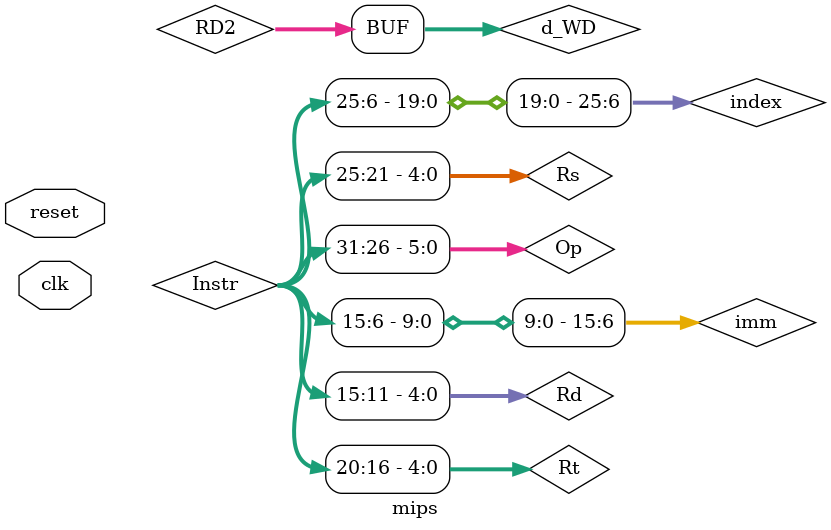
<source format=v>
`timescale 1ns / 1ps
module mips(
    input clk,
	 input reset
    );
	 
	//IFUÐÅºÅ
	wire [31:0] Instr,	
		  PC, PC_; //PCµ±Ç°¡¢PC+4µÄÖµ
	wire Jump, //JºÍJalÌø×ªÊ±µÄÐÅºÅ
		  Jal,
		  J,
		  Jr;
	wire [31:0] ra; //´æ´¢JalÌø×ªÊ±31ºÅ¼Ä´æÆ÷
	wire [25:0] index;
		  
	wire [5:0] Op, Func;
	wire [4:0] Rs, Rt, Rd;
	wire [15:0] imm;
	
	//GRFÐÅºÅ
	wire r_WE; /*¼Ä´æÆ÷Ð´ÈëÊ¹ÄÜÐÅºÅ*/
	wire [4:0]A1, A2, r_WA; /*Èý¸öµØÖ·*/
	wire [31:0] r_WD, /*Ð´ÈëÊý¾Ý*/
	     RD1, RD2;
	
	//ALUÐÅºÅ
	wire [31:0] B; /*BÀ´Ô´ÓÚRD2»òext,AÀ´Ô´ÓÚRD1*/
	wire [3:0] ALUOp;
   wire [31:0] Result;
   wire Zero;
	
	//Êý¾Ý´æ´¢Æ÷
	wire [9:0] d_WA; /*´æ´¢µØÖ·*/
	wire [31:0] d_WD, /*´æ´¢Êý¾Ý*/
		  d_RD; /*¶ÁÈ¡Êý¾Ý*/
	wire SD, LD; /*´æÊý£¬È¡ÊýÐÅºÅ*/
	
	//À©Õ¹Æ÷ÐÅºÅ
	wire EXTOp;
	wire [31:0] ext;
	
	//Ñ¡ÔñÆ÷ÐÅºÅ
	wire RegDst, 
		  Branch, 
		  MtoR,
		  Alusel;
		  
	assign Jump  = (Jal || J),
			 Rs    = Instr[25:21],
			 Rt    = Instr[20:16],
			 Rd    = Instr[15:11],
			 imm   = Instr[15:0],
			 Func  = Instr[5:0],
			 Op    = Instr[31:26],
			 index = Instr[25:0],
			 r_WA  = !Jal ? (!RegDst ? Rt : Rd) : 5'h1f, //¼Ä´æÆ÷´æµØÖ·Ñ¡Ö·
			 B     = !Alusel ? RD2 : ext, //ALUÊäÈë¶Ë¿ÚBÑ¡Ôñ
			 r_WD  = !Jal ? (!MtoR ? d_RD : Result) : PC_, //¼Ä´æÆ÷Ð´ÈëÊý¾ÝWDÑ¡Ôñ
			 d_WA  = Result[11:2],
			 d_WD  = RD2;

IFU IFU(
    .CLK(clk), 
    .RESET(reset), 
    .Zero(Zero && Branch), 
    .beq(ext), 
    .jump(Jump), 
    .jr(Jr), 
    .ra(RD1), 
    .index(index), 
    .Instr(Instr), 
	 .PC(PC),
    .PC_(PC_)
    );

GRF GRF(
    .CLK(clk), 
    .RESET(reset), 
    .WE(r_WE), 
    .A1(Rs), 
    .A2(Rt), 
    .WA(r_WA), 
    .WD(r_WD), 
	 .PC(PC),
    .RD1(RD1), 
    .RD2(RD2)
    );

ALU ALU(
    .A(RD1), 
    .B(B), 
    .ALUOp(ALUOp), 
    .Result(Result), 
    .Zero(Zero)
    );
	 
DM DM(
	 .clk(clk), 
    .clr(reset), 
    .A(d_WA), 
    .WD(d_WD), 
	 .SD(SD),
	 .LD(LD),
    .PC(PC), 
    .RD(d_RD)
    );
	 
EXT EXT(	
	 .imm(imm), 
    .EXTOp(EXTOp), 
	 .ext(ext)
    );
	 
ctrl CTRL(
	 .Func(Func), 
    .Op(Op), 
    .RegDst(RegDst), 
    .Branch(Branch), 
    .MtoR(MtoR), 
    .MW(SD), 
    .MR(LD), 
    .ALUOp(ALUOp), 
    .Alusel(Alusel), 
    .EXTOp(EXTOp), 
    .RW(r_WE), 
    .J(J), 
    .Jal(Jal), 
    .Jr(Jr)
    );
	 

endmodule

</source>
